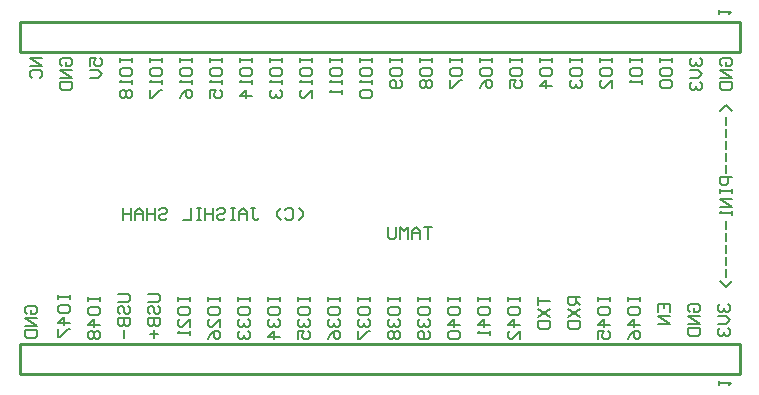
<source format=gbo>
G04*
G04 #@! TF.GenerationSoftware,Altium Limited,Altium Designer,24.10.1 (45)*
G04*
G04 Layer_Color=32896*
%FSLAX25Y25*%
%MOIN*%
G70*
G04*
G04 #@! TF.SameCoordinates,F1117688-C2E4-4B3A-BF9F-62EBCE255B8A*
G04*
G04*
G04 #@! TF.FilePolarity,Positive*
G04*
G01*
G75*
%ADD12C,0.00600*%
%ADD80C,0.01000*%
D12*
X264900Y87901D02*
X262901Y89900D01*
X260901Y87901D01*
X262901Y85901D02*
Y83236D01*
Y81903D02*
Y79237D01*
Y77904D02*
Y75238D01*
Y73905D02*
Y71239D01*
Y69906D02*
Y67241D01*
X264900Y65908D02*
X260901D01*
Y63908D01*
X261568Y63242D01*
X262901D01*
X263567Y63908D01*
Y65908D01*
X260901Y61909D02*
Y60576D01*
Y61243D01*
X264900D01*
Y61909D01*
Y60576D01*
Y58577D02*
X260901D01*
X264900Y55911D01*
X260901D01*
X264900Y54578D02*
Y53245D01*
Y53912D01*
X260901D01*
X261568Y54578D01*
X262901Y51246D02*
Y48580D01*
Y47247D02*
Y44581D01*
Y43248D02*
Y40583D01*
Y39250D02*
Y36584D01*
Y35251D02*
Y32585D01*
X264900Y31252D02*
X262901Y29253D01*
X260901Y31252D01*
X164900Y49099D02*
X162234D01*
X163567D01*
Y45100D01*
X160901D02*
Y47766D01*
X159568Y49099D01*
X158236Y47766D01*
Y45100D01*
Y47099D01*
X160901D01*
X156903Y45100D02*
Y49099D01*
X155570Y47766D01*
X154237Y49099D01*
Y45100D01*
X152904Y49099D02*
Y45766D01*
X152237Y45100D01*
X150905D01*
X150238Y45766D01*
Y49099D01*
X120567Y51600D02*
X121900Y52933D01*
Y54266D01*
X120567Y55599D01*
X115902Y54932D02*
X116568Y55599D01*
X117901D01*
X118568Y54932D01*
Y52266D01*
X117901Y51600D01*
X116568D01*
X115902Y52266D01*
X114569Y51600D02*
X113236Y52933D01*
Y54266D01*
X114569Y55599D01*
X104572D02*
X105905D01*
X105239D01*
Y52266D01*
X105905Y51600D01*
X106572D01*
X107238Y52266D01*
X103239Y51600D02*
Y54266D01*
X101906Y55599D01*
X100574Y54266D01*
Y51600D01*
Y53599D01*
X103239D01*
X99241Y55599D02*
X97908D01*
X98574D01*
Y51600D01*
X99241D01*
X97908D01*
X93243Y54932D02*
X93909Y55599D01*
X95242D01*
X95908Y54932D01*
Y54266D01*
X95242Y53599D01*
X93909D01*
X93243Y52933D01*
Y52266D01*
X93909Y51600D01*
X95242D01*
X95908Y52266D01*
X91910Y55599D02*
Y51600D01*
Y53599D01*
X89244D01*
Y55599D01*
Y51600D01*
X87911Y55599D02*
X86578D01*
X87244D01*
Y51600D01*
X87911D01*
X86578D01*
X84579Y55599D02*
Y51600D01*
X81913D01*
X73915Y54932D02*
X74582Y55599D01*
X75915D01*
X76581Y54932D01*
Y54266D01*
X75915Y53599D01*
X74582D01*
X73915Y52933D01*
Y52266D01*
X74582Y51600D01*
X75915D01*
X76581Y52266D01*
X72583Y55599D02*
Y51600D01*
Y53599D01*
X69917D01*
Y55599D01*
Y51600D01*
X68584D02*
Y54266D01*
X67251Y55599D01*
X65918Y54266D01*
Y51600D01*
Y53599D01*
X68584D01*
X64585Y55599D02*
Y51600D01*
Y53599D01*
X61919D01*
Y55599D01*
Y51600D01*
X90401Y25900D02*
Y24567D01*
Y25234D01*
X94400D01*
Y25900D01*
Y24567D01*
X90401Y20568D02*
Y21901D01*
X91068Y22568D01*
X93734D01*
X94400Y21901D01*
Y20568D01*
X93734Y19902D01*
X91068D01*
X90401Y20568D01*
X94400Y15903D02*
Y18569D01*
X91734Y15903D01*
X91068D01*
X90401Y16570D01*
Y17903D01*
X91068Y18569D01*
X90401Y11904D02*
X91068Y13237D01*
X92401Y14570D01*
X93734D01*
X94400Y13904D01*
Y12571D01*
X93734Y11904D01*
X93067D01*
X92401Y12571D01*
Y14570D01*
X100401Y25900D02*
Y24567D01*
Y25234D01*
X104400D01*
Y25900D01*
Y24567D01*
X100401Y20568D02*
Y21901D01*
X101068Y22568D01*
X103734D01*
X104400Y21901D01*
Y20568D01*
X103734Y19902D01*
X101068D01*
X100401Y20568D01*
X101068Y18569D02*
X100401Y17903D01*
Y16570D01*
X101068Y15903D01*
X101734D01*
X102401Y16570D01*
Y17236D01*
Y16570D01*
X103067Y15903D01*
X103734D01*
X104400Y16570D01*
Y17903D01*
X103734Y18569D01*
X101068Y14570D02*
X100401Y13904D01*
Y12571D01*
X101068Y11904D01*
X101734D01*
X102401Y12571D01*
Y13237D01*
Y12571D01*
X103067Y11904D01*
X103734D01*
X104400Y12571D01*
Y13904D01*
X103734Y14570D01*
X230401Y25900D02*
Y24567D01*
Y25234D01*
X234400D01*
Y25900D01*
Y24567D01*
X230401Y20568D02*
Y21901D01*
X231068Y22568D01*
X233734D01*
X234400Y21901D01*
Y20568D01*
X233734Y19902D01*
X231068D01*
X230401Y20568D01*
X234400Y16570D02*
X230401D01*
X232401Y18569D01*
Y15903D01*
X230401Y11904D02*
X231068Y13237D01*
X232401Y14570D01*
X233734D01*
X234400Y13904D01*
Y12571D01*
X233734Y11904D01*
X233067D01*
X232401Y12571D01*
Y14570D01*
X261068Y23400D02*
X260401Y22734D01*
Y21401D01*
X261068Y20734D01*
X261734D01*
X262401Y21401D01*
Y22067D01*
Y21401D01*
X263067Y20734D01*
X263734D01*
X264400Y21401D01*
Y22734D01*
X263734Y23400D01*
X260401Y19401D02*
X263067D01*
X264400Y18068D01*
X263067Y16736D01*
X260401D01*
X261068Y15403D02*
X260401Y14736D01*
Y13403D01*
X261068Y12737D01*
X261734D01*
X262401Y13403D01*
Y14070D01*
Y13403D01*
X263067Y12737D01*
X263734D01*
X264400Y13403D01*
Y14736D01*
X263734Y15403D01*
X251068Y20734D02*
X250401Y21401D01*
Y22734D01*
X251068Y23400D01*
X253734D01*
X254400Y22734D01*
Y21401D01*
X253734Y20734D01*
X252401D01*
Y22067D01*
X254400Y19401D02*
X250401D01*
X254400Y16736D01*
X250401D01*
Y15403D02*
X254400D01*
Y13403D01*
X253734Y12737D01*
X251068D01*
X250401Y13403D01*
Y15403D01*
X50401Y25900D02*
Y24567D01*
Y25234D01*
X54400D01*
Y25900D01*
Y24567D01*
X50401Y20568D02*
Y21901D01*
X51068Y22568D01*
X53734D01*
X54400Y21901D01*
Y20568D01*
X53734Y19902D01*
X51068D01*
X50401Y20568D01*
X54400Y16570D02*
X50401D01*
X52401Y18569D01*
Y15903D01*
X51068Y14570D02*
X50401Y13904D01*
Y12571D01*
X51068Y11904D01*
X51734D01*
X52401Y12571D01*
X53067Y11904D01*
X53734D01*
X54400Y12571D01*
Y13904D01*
X53734Y14570D01*
X53067D01*
X52401Y13904D01*
X51734Y14570D01*
X51068D01*
X52401Y13904D02*
Y12571D01*
X40401Y26400D02*
Y25067D01*
Y25734D01*
X44400D01*
Y26400D01*
Y25067D01*
X40401Y21068D02*
Y22401D01*
X41068Y23068D01*
X43734D01*
X44400Y22401D01*
Y21068D01*
X43734Y20402D01*
X41068D01*
X40401Y21068D01*
X44400Y17070D02*
X40401D01*
X42401Y19069D01*
Y16403D01*
X40401Y15070D02*
Y12404D01*
X41068D01*
X43734Y15070D01*
X44400D01*
X80401Y25900D02*
Y24567D01*
Y25234D01*
X84400D01*
Y25900D01*
Y24567D01*
X80401Y20568D02*
Y21901D01*
X81068Y22568D01*
X83734D01*
X84400Y21901D01*
Y20568D01*
X83734Y19902D01*
X81068D01*
X80401Y20568D01*
X84400Y15903D02*
Y18569D01*
X81734Y15903D01*
X81068D01*
X80401Y16570D01*
Y17903D01*
X81068Y18569D01*
X84400Y14570D02*
Y13237D01*
Y13904D01*
X80401D01*
X81068Y14570D01*
X70401Y26900D02*
X73734D01*
X74400Y26234D01*
Y24901D01*
X73734Y24234D01*
X70401D01*
X71068Y20235D02*
X70401Y20902D01*
Y22235D01*
X71068Y22901D01*
X71734D01*
X72401Y22235D01*
Y20902D01*
X73067Y20235D01*
X73734D01*
X74400Y20902D01*
Y22235D01*
X73734Y22901D01*
X70401Y18903D02*
X74400D01*
Y16903D01*
X73734Y16237D01*
X73067D01*
X72401Y16903D01*
Y18903D01*
Y16903D01*
X71734Y16237D01*
X71068D01*
X70401Y16903D01*
Y18903D01*
X72401Y14904D02*
Y12238D01*
X71068Y13571D02*
X73734D01*
X60401Y26900D02*
X63734D01*
X64400Y26234D01*
Y24901D01*
X63734Y24234D01*
X60401D01*
X61068Y20235D02*
X60401Y20902D01*
Y22235D01*
X61068Y22901D01*
X61734D01*
X62401Y22235D01*
Y20902D01*
X63067Y20235D01*
X63734D01*
X64400Y20902D01*
Y22235D01*
X63734Y22901D01*
X60401Y18903D02*
X64400D01*
Y16903D01*
X63734Y16237D01*
X63067D01*
X62401Y16903D01*
Y18903D01*
Y16903D01*
X61734Y16237D01*
X61068D01*
X60401Y16903D01*
Y18903D01*
X62401Y14904D02*
Y12238D01*
X150401Y25900D02*
Y24567D01*
Y25234D01*
X154400D01*
Y25900D01*
Y24567D01*
X150401Y20568D02*
Y21901D01*
X151068Y22568D01*
X153734D01*
X154400Y21901D01*
Y20568D01*
X153734Y19902D01*
X151068D01*
X150401Y20568D01*
X151068Y18569D02*
X150401Y17903D01*
Y16570D01*
X151068Y15903D01*
X151734D01*
X152401Y16570D01*
Y17236D01*
Y16570D01*
X153067Y15903D01*
X153734D01*
X154400Y16570D01*
Y17903D01*
X153734Y18569D01*
X151068Y14570D02*
X150401Y13904D01*
Y12571D01*
X151068Y11904D01*
X151734D01*
X152401Y12571D01*
X153067Y11904D01*
X153734D01*
X154400Y12571D01*
Y13904D01*
X153734Y14570D01*
X153067D01*
X152401Y13904D01*
X151734Y14570D01*
X151068D01*
X152401Y13904D02*
Y12571D01*
X140401Y25900D02*
Y24567D01*
Y25234D01*
X144400D01*
Y25900D01*
Y24567D01*
X140401Y20568D02*
Y21901D01*
X141068Y22568D01*
X143734D01*
X144400Y21901D01*
Y20568D01*
X143734Y19902D01*
X141068D01*
X140401Y20568D01*
X141068Y18569D02*
X140401Y17903D01*
Y16570D01*
X141068Y15903D01*
X141734D01*
X142401Y16570D01*
Y17236D01*
Y16570D01*
X143067Y15903D01*
X143734D01*
X144400Y16570D01*
Y17903D01*
X143734Y18569D01*
X140401Y14570D02*
Y11904D01*
X141068D01*
X143734Y14570D01*
X144400D01*
X130401Y25900D02*
Y24567D01*
Y25234D01*
X134400D01*
Y25900D01*
Y24567D01*
X130401Y20568D02*
Y21901D01*
X131068Y22568D01*
X133733D01*
X134400Y21901D01*
Y20568D01*
X133733Y19902D01*
X131068D01*
X130401Y20568D01*
X131068Y18569D02*
X130401Y17903D01*
Y16570D01*
X131068Y15903D01*
X131734D01*
X132401Y16570D01*
Y17236D01*
Y16570D01*
X133067Y15903D01*
X133733D01*
X134400Y16570D01*
Y17903D01*
X133733Y18569D01*
X130401Y11904D02*
X131068Y13237D01*
X132401Y14570D01*
X133733D01*
X134400Y13904D01*
Y12571D01*
X133733Y11904D01*
X133067D01*
X132401Y12571D01*
Y14570D01*
X120401Y25900D02*
Y24567D01*
Y25234D01*
X124400D01*
Y25900D01*
Y24567D01*
X120401Y20568D02*
Y21901D01*
X121068Y22568D01*
X123733D01*
X124400Y21901D01*
Y20568D01*
X123733Y19902D01*
X121068D01*
X120401Y20568D01*
X121068Y18569D02*
X120401Y17903D01*
Y16570D01*
X121068Y15903D01*
X121734D01*
X122401Y16570D01*
Y17236D01*
Y16570D01*
X123067Y15903D01*
X123733D01*
X124400Y16570D01*
Y17903D01*
X123733Y18569D01*
X120401Y11904D02*
Y14570D01*
X122401D01*
X121734Y13237D01*
Y12571D01*
X122401Y11904D01*
X123733D01*
X124400Y12571D01*
Y13904D01*
X123733Y14570D01*
X110401Y25900D02*
Y24567D01*
Y25234D01*
X114400D01*
Y25900D01*
Y24567D01*
X110401Y20568D02*
Y21901D01*
X111068Y22568D01*
X113733D01*
X114400Y21901D01*
Y20568D01*
X113733Y19902D01*
X111068D01*
X110401Y20568D01*
X111068Y18569D02*
X110401Y17903D01*
Y16570D01*
X111068Y15903D01*
X111734D01*
X112401Y16570D01*
Y17236D01*
Y16570D01*
X113067Y15903D01*
X113733D01*
X114400Y16570D01*
Y17903D01*
X113733Y18569D01*
X114400Y12571D02*
X110401D01*
X112401Y14570D01*
Y11904D01*
X200401Y25900D02*
Y23234D01*
Y24567D01*
X204400D01*
X200401Y21901D02*
X204400Y19236D01*
X200401D02*
X204400Y21901D01*
X200401Y17903D02*
X204400D01*
Y15903D01*
X203733Y15237D01*
X201068D01*
X200401Y15903D01*
Y17903D01*
X190401Y25900D02*
Y24567D01*
Y25234D01*
X194400D01*
Y25900D01*
Y24567D01*
X190401Y20568D02*
Y21901D01*
X191068Y22568D01*
X193734D01*
X194400Y21901D01*
Y20568D01*
X193734Y19902D01*
X191068D01*
X190401Y20568D01*
X194400Y16570D02*
X190401D01*
X192401Y18569D01*
Y15903D01*
X194400Y11904D02*
Y14570D01*
X191734Y11904D01*
X191068D01*
X190401Y12571D01*
Y13904D01*
X191068Y14570D01*
X180401Y25900D02*
Y24567D01*
Y25234D01*
X184400D01*
Y25900D01*
Y24567D01*
X180401Y20568D02*
Y21901D01*
X181068Y22568D01*
X183733D01*
X184400Y21901D01*
Y20568D01*
X183733Y19902D01*
X181068D01*
X180401Y20568D01*
X184400Y16570D02*
X180401D01*
X182401Y18569D01*
Y15903D01*
X184400Y14570D02*
Y13237D01*
Y13904D01*
X180401D01*
X181068Y14570D01*
X170401Y25900D02*
Y24567D01*
Y25234D01*
X174400D01*
Y25900D01*
Y24567D01*
X170401Y20568D02*
Y21901D01*
X171068Y22568D01*
X173733D01*
X174400Y21901D01*
Y20568D01*
X173733Y19902D01*
X171068D01*
X170401Y20568D01*
X174400Y16570D02*
X170401D01*
X172401Y18569D01*
Y15903D01*
X171068Y14570D02*
X170401Y13904D01*
Y12571D01*
X171068Y11904D01*
X173733D01*
X174400Y12571D01*
Y13904D01*
X173733Y14570D01*
X171068D01*
X160401Y25900D02*
Y24567D01*
Y25234D01*
X164400D01*
Y25900D01*
Y24567D01*
X160401Y20568D02*
Y21901D01*
X161068Y22568D01*
X163733D01*
X164400Y21901D01*
Y20568D01*
X163733Y19902D01*
X161068D01*
X160401Y20568D01*
X161068Y18569D02*
X160401Y17903D01*
Y16570D01*
X161068Y15903D01*
X161734D01*
X162401Y16570D01*
Y17236D01*
Y16570D01*
X163067Y15903D01*
X163733D01*
X164400Y16570D01*
Y17903D01*
X163733Y18569D01*
Y14570D02*
X164400Y13904D01*
Y12571D01*
X163733Y11904D01*
X161068D01*
X160401Y12571D01*
Y13904D01*
X161068Y14570D01*
X161734D01*
X162401Y13904D01*
Y11904D01*
X214400Y25900D02*
X210401D01*
Y23901D01*
X211068Y23234D01*
X212401D01*
X213067Y23901D01*
Y25900D01*
Y24567D02*
X214400Y23234D01*
X210401Y21901D02*
X214400Y19236D01*
X210401D02*
X214400Y21901D01*
X210401Y17903D02*
X214400D01*
Y15903D01*
X213734Y15237D01*
X211068D01*
X210401Y15903D01*
Y17903D01*
X220401Y25900D02*
Y24567D01*
Y25234D01*
X224400D01*
Y25900D01*
Y24567D01*
X220401Y20568D02*
Y21901D01*
X221068Y22568D01*
X223734D01*
X224400Y21901D01*
Y20568D01*
X223734Y19902D01*
X221068D01*
X220401Y20568D01*
X224400Y16570D02*
X220401D01*
X222401Y18569D01*
Y15903D01*
X220401Y11904D02*
Y14570D01*
X222401D01*
X221734Y13237D01*
Y12571D01*
X222401Y11904D01*
X223734D01*
X224400Y12571D01*
Y13904D01*
X223734Y14570D01*
X240401Y20734D02*
Y23400D01*
X244400D01*
Y20734D01*
X242401Y23400D02*
Y22067D01*
X244400Y19401D02*
X240401D01*
X244400Y16736D01*
X240401D01*
X30068Y20234D02*
X29401Y20901D01*
Y22233D01*
X30068Y22900D01*
X32734D01*
X33400Y22233D01*
Y20901D01*
X32734Y20234D01*
X31401D01*
Y21567D01*
X33400Y18901D02*
X29401D01*
X33400Y16236D01*
X29401D01*
Y14903D02*
X33400D01*
Y12903D01*
X32734Y12237D01*
X30068D01*
X29401Y12903D01*
Y14903D01*
X34900Y105400D02*
X30901D01*
X34900Y102734D01*
X30901D01*
X31568Y98735D02*
X30901Y99402D01*
Y100735D01*
X31568Y101401D01*
X34234D01*
X34900Y100735D01*
Y99402D01*
X34234Y98735D01*
X240901Y105400D02*
Y104067D01*
Y104734D01*
X244900D01*
Y105400D01*
Y104067D01*
X240901Y100068D02*
Y101401D01*
X241568Y102068D01*
X244234D01*
X244900Y101401D01*
Y100068D01*
X244234Y99402D01*
X241568D01*
X240901Y100068D01*
X241568Y98069D02*
X240901Y97403D01*
Y96070D01*
X241568Y95403D01*
X244234D01*
X244900Y96070D01*
Y97403D01*
X244234Y98069D01*
X241568D01*
X220901Y105400D02*
Y104067D01*
Y104734D01*
X224900D01*
Y105400D01*
Y104067D01*
X220901Y100068D02*
Y101401D01*
X221568Y102068D01*
X224234D01*
X224900Y101401D01*
Y100068D01*
X224234Y99402D01*
X221568D01*
X220901Y100068D01*
X224900Y95403D02*
Y98069D01*
X222234Y95403D01*
X221568D01*
X220901Y96070D01*
Y97403D01*
X221568Y98069D01*
X210901Y105400D02*
Y104067D01*
Y104734D01*
X214900D01*
Y105400D01*
Y104067D01*
X210901Y100068D02*
Y101401D01*
X211568Y102068D01*
X214234D01*
X214900Y101401D01*
Y100068D01*
X214234Y99402D01*
X211568D01*
X210901Y100068D01*
X211568Y98069D02*
X210901Y97403D01*
Y96070D01*
X211568Y95403D01*
X212234D01*
X212901Y96070D01*
Y96736D01*
Y96070D01*
X213567Y95403D01*
X214234D01*
X214900Y96070D01*
Y97403D01*
X214234Y98069D01*
X160901Y105400D02*
Y104067D01*
Y104734D01*
X164900D01*
Y105400D01*
Y104067D01*
X160901Y100068D02*
Y101401D01*
X161568Y102068D01*
X164234D01*
X164900Y101401D01*
Y100068D01*
X164234Y99402D01*
X161568D01*
X160901Y100068D01*
X161568Y98069D02*
X160901Y97403D01*
Y96070D01*
X161568Y95403D01*
X162234D01*
X162901Y96070D01*
X163567Y95403D01*
X164234D01*
X164900Y96070D01*
Y97403D01*
X164234Y98069D01*
X163567D01*
X162901Y97403D01*
X162234Y98069D01*
X161568D01*
X162901Y97403D02*
Y96070D01*
X170901Y105400D02*
Y104067D01*
Y104734D01*
X174900D01*
Y105400D01*
Y104067D01*
X170901Y100068D02*
Y101401D01*
X171568Y102068D01*
X174233D01*
X174900Y101401D01*
Y100068D01*
X174233Y99402D01*
X171568D01*
X170901Y100068D01*
Y98069D02*
Y95403D01*
X171568D01*
X174233Y98069D01*
X174900D01*
X180901Y105400D02*
Y104067D01*
Y104734D01*
X184900D01*
Y105400D01*
Y104067D01*
X180901Y100068D02*
Y101401D01*
X181568Y102068D01*
X184233D01*
X184900Y101401D01*
Y100068D01*
X184233Y99402D01*
X181568D01*
X180901Y100068D01*
Y95403D02*
X181568Y96736D01*
X182901Y98069D01*
X184233D01*
X184900Y97403D01*
Y96070D01*
X184233Y95403D01*
X183567D01*
X182901Y96070D01*
Y98069D01*
X190901Y105400D02*
Y104067D01*
Y104734D01*
X194900D01*
Y105400D01*
Y104067D01*
X190901Y100068D02*
Y101401D01*
X191568Y102068D01*
X194234D01*
X194900Y101401D01*
Y100068D01*
X194234Y99402D01*
X191568D01*
X190901Y100068D01*
Y95403D02*
Y98069D01*
X192901D01*
X192234Y96736D01*
Y96070D01*
X192901Y95403D01*
X194234D01*
X194900Y96070D01*
Y97403D01*
X194234Y98069D01*
X200901Y105400D02*
Y104067D01*
Y104734D01*
X204900D01*
Y105400D01*
Y104067D01*
X200901Y100068D02*
Y101401D01*
X201568Y102068D01*
X204234D01*
X204900Y101401D01*
Y100068D01*
X204234Y99402D01*
X201568D01*
X200901Y100068D01*
X204900Y96070D02*
X200901D01*
X202901Y98069D01*
Y95403D01*
X110901Y105400D02*
Y104067D01*
Y104734D01*
X114900D01*
Y105400D01*
Y104067D01*
X110901Y100068D02*
Y101401D01*
X111568Y102068D01*
X114234D01*
X114900Y101401D01*
Y100068D01*
X114234Y99402D01*
X111568D01*
X110901Y100068D01*
X114900Y98069D02*
Y96736D01*
Y97403D01*
X110901D01*
X111568Y98069D01*
Y94737D02*
X110901Y94070D01*
Y92737D01*
X111568Y92071D01*
X112234D01*
X112901Y92737D01*
Y93404D01*
Y92737D01*
X113567Y92071D01*
X114234D01*
X114900Y92737D01*
Y94070D01*
X114234Y94737D01*
X120901Y105400D02*
Y104067D01*
Y104734D01*
X124900D01*
Y105400D01*
Y104067D01*
X120901Y100068D02*
Y101401D01*
X121568Y102068D01*
X124233D01*
X124900Y101401D01*
Y100068D01*
X124233Y99402D01*
X121568D01*
X120901Y100068D01*
X124900Y98069D02*
Y96736D01*
Y97403D01*
X120901D01*
X121568Y98069D01*
X124900Y92071D02*
Y94737D01*
X122234Y92071D01*
X121568D01*
X120901Y92737D01*
Y94070D01*
X121568Y94737D01*
X130901Y105400D02*
Y104067D01*
Y104734D01*
X134900D01*
Y105400D01*
Y104067D01*
X130901Y100068D02*
Y101401D01*
X131568Y102068D01*
X134233D01*
X134900Y101401D01*
Y100068D01*
X134233Y99402D01*
X131568D01*
X130901Y100068D01*
X134900Y98069D02*
Y96736D01*
Y97403D01*
X130901D01*
X131568Y98069D01*
X134900Y94737D02*
Y93404D01*
Y94070D01*
X130901D01*
X131568Y94737D01*
X140901Y105400D02*
Y104067D01*
Y104734D01*
X144900D01*
Y105400D01*
Y104067D01*
X140901Y100068D02*
Y101401D01*
X141568Y102068D01*
X144234D01*
X144900Y101401D01*
Y100068D01*
X144234Y99402D01*
X141568D01*
X140901Y100068D01*
X144900Y98069D02*
Y96736D01*
Y97403D01*
X140901D01*
X141568Y98069D01*
Y94737D02*
X140901Y94070D01*
Y92737D01*
X141568Y92071D01*
X144234D01*
X144900Y92737D01*
Y94070D01*
X144234Y94737D01*
X141568D01*
X150901Y105400D02*
Y104067D01*
Y104734D01*
X154900D01*
Y105400D01*
Y104067D01*
X150901Y100068D02*
Y101401D01*
X151568Y102068D01*
X154234D01*
X154900Y101401D01*
Y100068D01*
X154234Y99402D01*
X151568D01*
X150901Y100068D01*
X154234Y98069D02*
X154900Y97403D01*
Y96070D01*
X154234Y95403D01*
X151568D01*
X150901Y96070D01*
Y97403D01*
X151568Y98069D01*
X152234D01*
X152901Y97403D01*
Y95403D01*
X60901Y105400D02*
Y104067D01*
Y104734D01*
X64900D01*
Y105400D01*
Y104067D01*
X60901Y100068D02*
Y101401D01*
X61568Y102068D01*
X64234D01*
X64900Y101401D01*
Y100068D01*
X64234Y99402D01*
X61568D01*
X60901Y100068D01*
X64900Y98069D02*
Y96736D01*
Y97403D01*
X60901D01*
X61568Y98069D01*
Y94737D02*
X60901Y94070D01*
Y92737D01*
X61568Y92071D01*
X62234D01*
X62901Y92737D01*
X63567Y92071D01*
X64234D01*
X64900Y92737D01*
Y94070D01*
X64234Y94737D01*
X63567D01*
X62901Y94070D01*
X62234Y94737D01*
X61568D01*
X62901Y94070D02*
Y92737D01*
X70901Y105400D02*
Y104067D01*
Y104734D01*
X74900D01*
Y105400D01*
Y104067D01*
X70901Y100068D02*
Y101401D01*
X71568Y102068D01*
X74234D01*
X74900Y101401D01*
Y100068D01*
X74234Y99402D01*
X71568D01*
X70901Y100068D01*
X74900Y98069D02*
Y96736D01*
Y97403D01*
X70901D01*
X71568Y98069D01*
X70901Y94737D02*
Y92071D01*
X71568D01*
X74234Y94737D01*
X74900D01*
X80901Y105400D02*
Y104067D01*
Y104734D01*
X84900D01*
Y105400D01*
Y104067D01*
X80901Y100068D02*
Y101401D01*
X81568Y102068D01*
X84234D01*
X84900Y101401D01*
Y100068D01*
X84234Y99402D01*
X81568D01*
X80901Y100068D01*
X84900Y98069D02*
Y96736D01*
Y97403D01*
X80901D01*
X81568Y98069D01*
X80901Y92071D02*
X81568Y93404D01*
X82901Y94737D01*
X84234D01*
X84900Y94070D01*
Y92737D01*
X84234Y92071D01*
X83567D01*
X82901Y92737D01*
Y94737D01*
X90901Y105400D02*
Y104067D01*
Y104734D01*
X94900D01*
Y105400D01*
Y104067D01*
X90901Y100068D02*
Y101401D01*
X91568Y102068D01*
X94234D01*
X94900Y101401D01*
Y100068D01*
X94234Y99402D01*
X91568D01*
X90901Y100068D01*
X94900Y98069D02*
Y96736D01*
Y97403D01*
X90901D01*
X91568Y98069D01*
X90901Y92071D02*
Y94737D01*
X92901D01*
X92234Y93404D01*
Y92737D01*
X92901Y92071D01*
X94234D01*
X94900Y92737D01*
Y94070D01*
X94234Y94737D01*
X100901Y105400D02*
Y104067D01*
Y104734D01*
X104900D01*
Y105400D01*
Y104067D01*
X100901Y100068D02*
Y101401D01*
X101568Y102068D01*
X104234D01*
X104900Y101401D01*
Y100068D01*
X104234Y99402D01*
X101568D01*
X100901Y100068D01*
X104900Y98069D02*
Y96736D01*
Y97403D01*
X100901D01*
X101568Y98069D01*
X104900Y92737D02*
X100901D01*
X102901Y94737D01*
Y92071D01*
X41568Y102734D02*
X40901Y103401D01*
Y104734D01*
X41568Y105400D01*
X44234D01*
X44900Y104734D01*
Y103401D01*
X44234Y102734D01*
X42901D01*
Y104067D01*
X44900Y101401D02*
X40901D01*
X44900Y98735D01*
X40901D01*
Y97403D02*
X44900D01*
Y95403D01*
X44234Y94737D01*
X41568D01*
X40901Y95403D01*
Y97403D01*
X50901Y102734D02*
Y105400D01*
X52901D01*
X52234Y104067D01*
Y103401D01*
X52901Y102734D01*
X54234D01*
X54900Y103401D01*
Y104734D01*
X54234Y105400D01*
X50901Y101401D02*
X53567D01*
X54900Y100068D01*
X53567Y98735D01*
X50901D01*
X230901Y105400D02*
Y104067D01*
Y104734D01*
X234900D01*
Y105400D01*
Y104067D01*
X230901Y100068D02*
Y101401D01*
X231568Y102068D01*
X234234D01*
X234900Y101401D01*
Y100068D01*
X234234Y99402D01*
X231568D01*
X230901Y100068D01*
X234900Y98069D02*
Y96736D01*
Y97403D01*
X230901D01*
X231568Y98069D01*
X251568Y105400D02*
X250901Y104734D01*
Y103401D01*
X251568Y102734D01*
X252234D01*
X252901Y103401D01*
Y104067D01*
Y103401D01*
X253567Y102734D01*
X254234D01*
X254900Y103401D01*
Y104734D01*
X254234Y105400D01*
X250901Y101401D02*
X253567D01*
X254900Y100068D01*
X253567Y98735D01*
X250901D01*
X251568Y97403D02*
X250901Y96736D01*
Y95403D01*
X251568Y94737D01*
X252234D01*
X252901Y95403D01*
Y96070D01*
Y95403D01*
X253567Y94737D01*
X254234D01*
X254900Y95403D01*
Y96736D01*
X254234Y97403D01*
X261568Y102734D02*
X260901Y103401D01*
Y104734D01*
X261568Y105400D01*
X264234D01*
X264900Y104734D01*
Y103401D01*
X264234Y102734D01*
X262901D01*
Y104067D01*
X264900Y101401D02*
X260901D01*
X264900Y98735D01*
X260901D01*
Y97403D02*
X264900D01*
Y95403D01*
X264234Y94737D01*
X261568D01*
X260901Y95403D01*
Y97403D01*
X260500Y-3400D02*
Y-2067D01*
Y-2733D01*
X264499D01*
X263832Y-3400D01*
X260600Y120100D02*
Y121433D01*
Y120766D01*
X264599D01*
X263932Y120100D01*
D80*
X27500Y0D02*
X267500D01*
X27500D02*
Y10000D01*
X267500D01*
Y0D02*
Y10000D01*
X27500Y107500D02*
X267500D01*
X27500D02*
Y117500D01*
X267500D01*
Y107500D02*
Y117500D01*
M02*

</source>
